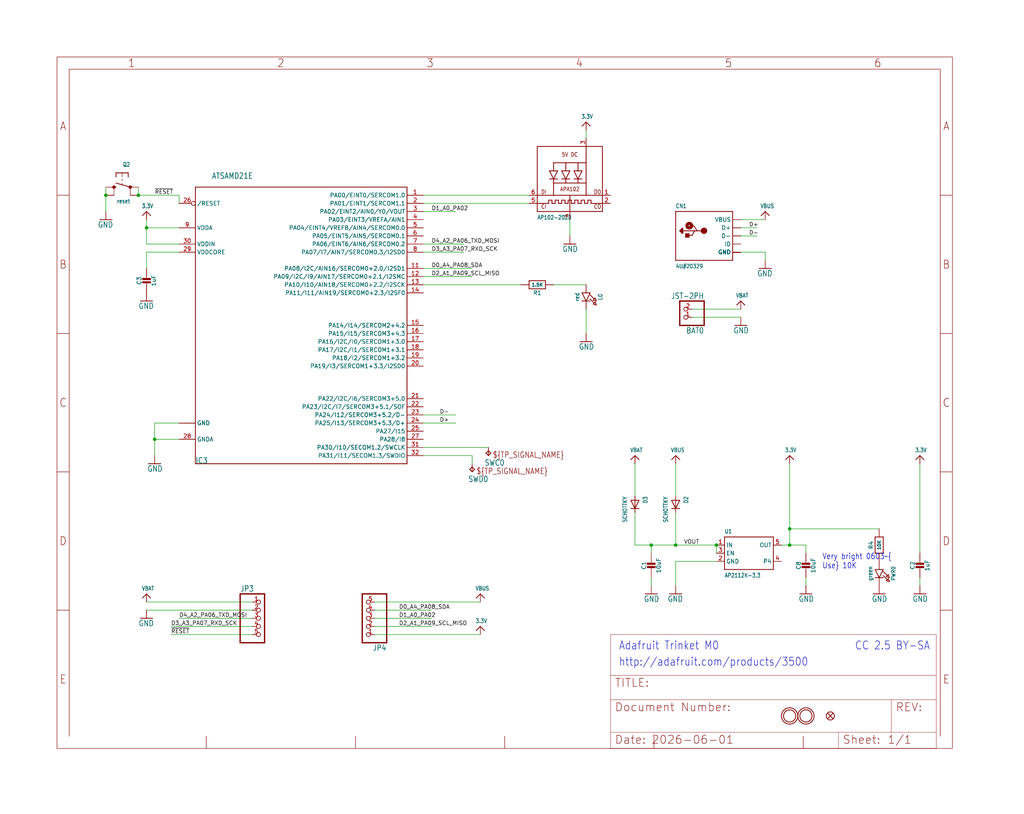
<source format=kicad_sch>
(kicad_sch (version 20230121) (generator eeschema)
  (paper "User" 319.507 254.127)
  (lib_symbols
    (symbol "working-eagle-import:3.3V" (power)
      (property "Value" "3.3V" (at -1.524 1.016 0))
      (symbol "3.3V_1_0"
        (polyline (pts (xy -1.27 -1.27) (xy 0 0)) (stroke (width 0.254)))
        (polyline (pts (xy 0 0) (xy 1.27 -1.27)) (stroke (width 0.254)))
        (pin power_in line (at 0 -2.54 90) (length 2.54) (name "3.3V") (number "1"))
      )
    )
    (symbol "working-eagle-import:APA1022020"
      (symbol "APA1022020_1_0"
        (polyline (pts (xy -10.16 -10.16) (xy 0 -10.16)) (stroke (width 0.254)))
        (polyline (pts (xy -10.16 -7.62) (xy -10.16 -10.16)) (stroke (width 0.254)))
        (polyline (pts (xy -10.16 -7.62) (xy -6.604 -7.62)) (stroke (width 0.254)))
        (polyline (pts (xy -10.16 -5.08) (xy -10.16 -7.62)) (stroke (width 0.254)))
        (polyline (pts (xy -10.16 10.16) (xy -10.16 -5.08)) (stroke (width 0.254)))
        (polyline (pts (xy -6.604 -7.62) (xy -6.604 -6.604)) (stroke (width 0.254)))
        (polyline (pts (xy -6.604 -6.604) (xy -5.588 -6.604)) (stroke (width 0.254)))
        (polyline (pts (xy -6.35 0) (xy -5.08 0)) (stroke (width 0.254)))
        (polyline (pts (xy -6.35 2.54) (xy -5.08 2.54)) (stroke (width 0.254)))
        (polyline (pts (xy -5.588 -7.62) (xy -4.572 -7.62)) (stroke (width 0.254)))
        (polyline (pts (xy -5.588 -6.604) (xy -5.588 -7.62)) (stroke (width 0.254)))
        (polyline (pts (xy -5.08 -5.08) (xy -10.16 -5.08)) (stroke (width 0.254)))
        (polyline (pts (xy -5.08 -5.08) (xy 0 -5.08)) (stroke (width 0.254)))
        (polyline (pts (xy -5.08 -1.27) (xy -5.08 -5.08)) (stroke (width 0.254)))
        (polyline (pts (xy -5.08 0) (xy -6.35 2.54)) (stroke (width 0.254)))
        (polyline (pts (xy -5.08 0) (xy -5.08 -1.27)) (stroke (width 0.254)))
        (polyline (pts (xy -5.08 0) (xy -3.81 2.54)) (stroke (width 0.254)))
        (polyline (pts (xy -5.08 2.54) (xy -3.81 2.54)) (stroke (width 0.254)))
        (polyline (pts (xy -5.08 5.08) (xy -5.08 2.54)) (stroke (width 0.254)))
        (polyline (pts (xy -4.572 -7.62) (xy -4.572 -6.604)) (stroke (width 0.254)))
        (polyline (pts (xy -4.572 -6.604) (xy -3.556 -6.604)) (stroke (width 0.254)))
        (polyline (pts (xy -3.81 0) (xy -5.08 0)) (stroke (width 0.254)))
        (polyline (pts (xy -3.556 -7.62) (xy -2.54 -7.62)) (stroke (width 0.254)))
        (polyline (pts (xy -3.556 -6.604) (xy -3.556 -7.62)) (stroke (width 0.254)))
        (polyline (pts (xy -2.54 -7.62) (xy -2.54 -6.604)) (stroke (width 0.254)))
        (polyline (pts (xy -2.54 -6.604) (xy -1.524 -6.604)) (stroke (width 0.254)))
        (polyline (pts (xy -2.54 0) (xy -1.27 0)) (stroke (width 0.254)))
        (polyline (pts (xy -2.54 2.54) (xy 0 2.54)) (stroke (width 0.254)))
        (polyline (pts (xy -1.524 -7.62) (xy -0.508 -7.62)) (stroke (width 0.254)))
        (polyline (pts (xy -1.524 -6.604) (xy -1.524 -7.62)) (stroke (width 0.254)))
        (polyline (pts (xy -1.27 -1.27) (xy -5.08 -1.27)) (stroke (width 0.254)))
        (polyline (pts (xy -1.27 0) (xy -2.54 2.54)) (stroke (width 0.254)))
        (polyline (pts (xy -1.27 0) (xy -1.27 -1.27)) (stroke (width 0.254)))
        (polyline (pts (xy -1.27 0) (xy 0 0)) (stroke (width 0.254)))
        (polyline (pts (xy -1.27 2.54) (xy -1.27 5.08)) (stroke (width 0.254)))
        (polyline (pts (xy -1.27 5.08) (xy -5.08 5.08)) (stroke (width 0.254)))
        (polyline (pts (xy -0.508 -7.62) (xy -0.508 -6.604)) (stroke (width 0.254)))
        (polyline (pts (xy -0.508 -6.604) (xy 0.508 -6.604)) (stroke (width 0.254)))
        (polyline (pts (xy 0 -10.16) (xy 10.16 -10.16)) (stroke (width 0.254)))
        (polyline (pts (xy 0 -5.08) (xy 0 -10.16)) (stroke (width 0.254)))
        (polyline (pts (xy 0 -5.08) (xy 5.08 -5.08)) (stroke (width 0.254)))
        (polyline (pts (xy 0 2.54) (xy -1.27 0)) (stroke (width 0.254)))
        (polyline (pts (xy 0.508 -7.62) (xy 1.524 -7.62)) (stroke (width 0.254)))
        (polyline (pts (xy 0.508 -6.604) (xy 0.508 -7.62)) (stroke (width 0.254)))
        (polyline (pts (xy 1.27 2.54) (xy 2.54 0)) (stroke (width 0.254)))
        (polyline (pts (xy 1.27 2.54) (xy 2.54 2.54)) (stroke (width 0.254)))
        (polyline (pts (xy 1.524 -7.62) (xy 1.524 -6.604)) (stroke (width 0.254)))
        (polyline (pts (xy 1.524 -6.604) (xy 2.54 -6.604)) (stroke (width 0.254)))
        (polyline (pts (xy 2.54 -7.62) (xy 3.556 -7.62)) (stroke (width 0.254)))
        (polyline (pts (xy 2.54 -6.604) (xy 2.54 -7.62)) (stroke (width 0.254)))
        (polyline (pts (xy 2.54 -1.27) (xy -1.27 -1.27)) (stroke (width 0.254)))
        (polyline (pts (xy 2.54 0) (xy 1.27 0)) (stroke (width 0.254)))
        (polyline (pts (xy 2.54 0) (xy 2.54 -1.27)) (stroke (width 0.254)))
        (polyline (pts (xy 2.54 0) (xy 3.81 0)) (stroke (width 0.254)))
        (polyline (pts (xy 2.54 0) (xy 3.81 2.54)) (stroke (width 0.254)))
        (polyline (pts (xy 2.54 2.54) (xy 2.54 5.08)) (stroke (width 0.254)))
        (polyline (pts (xy 2.54 5.08) (xy -1.27 5.08)) (stroke (width 0.254)))
        (polyline (pts (xy 2.54 5.08) (xy 5.08 5.08)) (stroke (width 0.254)))
        (polyline (pts (xy 3.556 -7.62) (xy 3.556 -6.604)) (stroke (width 0.254)))
        (polyline (pts (xy 3.556 -6.604) (xy 4.572 -6.604)) (stroke (width 0.254)))
        (polyline (pts (xy 3.81 2.54) (xy 2.54 2.54)) (stroke (width 0.254)))
        (polyline (pts (xy 4.572 -7.62) (xy 5.588 -7.62)) (stroke (width 0.254)))
        (polyline (pts (xy 4.572 -6.604) (xy 4.572 -7.62)) (stroke (width 0.254)))
        (polyline (pts (xy 5.08 -5.08) (xy 5.08 -1.27)) (stroke (width 0.254)))
        (polyline (pts (xy 5.08 -5.08) (xy 10.16 -5.08)) (stroke (width 0.254)))
        (polyline (pts (xy 5.08 -1.27) (xy 2.54 -1.27)) (stroke (width 0.254)))
        (polyline (pts (xy 5.08 5.08) (xy 5.08 -1.27)) (stroke (width 0.254)))
        (polyline (pts (xy 5.08 10.16) (xy -10.16 10.16)) (stroke (width 0.254)))
        (polyline (pts (xy 5.08 10.16) (xy 5.08 5.08)) (stroke (width 0.254)))
        (polyline (pts (xy 5.588 -7.62) (xy 5.588 -6.604)) (stroke (width 0.254)))
        (polyline (pts (xy 5.588 -6.604) (xy 6.604 -6.604)) (stroke (width 0.254)))
        (polyline (pts (xy 6.604 -7.62) (xy 10.16 -7.62)) (stroke (width 0.254)))
        (polyline (pts (xy 6.604 -6.604) (xy 6.604 -7.62)) (stroke (width 0.254)))
        (polyline (pts (xy 10.16 -10.16) (xy 10.16 -7.62)) (stroke (width 0.254)))
        (polyline (pts (xy 10.16 -7.62) (xy 10.16 -5.08)) (stroke (width 0.254)))
        (polyline (pts (xy 10.16 -5.08) (xy 10.16 10.16)) (stroke (width 0.254)))
        (polyline (pts (xy 10.16 10.16) (xy 5.08 10.16)) (stroke (width 0.254)))
        (text "5V DC" (at 0 7.62 0) (effects (font (size 1.27 1.0795))))
        (text "APA102" (at 0 -3.175 0) (effects (font (size 1.27 1.0795))))
        (text "CI" (at -8.128 -8.636 0) (effects (font (size 1.27 1.0795))))
        (text "CO" (at 8.636 -8.636 0) (effects (font (size 1.27 1.0795))))
        (text "DI" (at -8.128 -4.064 0) (effects (font (size 1.27 1.0795))))
        (text "DO" (at 8.636 -4.064 0) (effects (font (size 1.27 1.0795))))
        (pin output line (at 12.7 -5.08 180) (length 2.54) (name "DO") (number "1"))
        (pin output line (at 12.7 -7.62 180) (length 2.54) (name "CKO") (number "2"))
        (pin power_in line (at 5.08 12.7 270) (length 2.54) (name "VDD") (number "3"))
        (pin power_in line (at 0 -12.7 90) (length 2.54) (name "GND") (number "4"))
        (pin input line (at -12.7 -7.62 0) (length 2.54) (name "CKI") (number "5"))
        (pin input line (at -12.7 -5.08 0) (length 2.54) (name "DI") (number "6"))
      )
    )
    (symbol "working-eagle-import:ATSAMD21E"
      (property "Reference" "IC" (at -35.56 -43.18 0))
      (symbol "ATSAMD21E_1_0"
        (polyline (pts (xy -35.56 -43.18) (xy -35.56 43.18)) (stroke (width 0.254)))
        (polyline (pts (xy -35.56 43.18) (xy 30.48 43.18)) (stroke (width 0.254)))
        (polyline (pts (xy 30.48 -43.18) (xy -35.56 -43.18)) (stroke (width 0.254)))
        (polyline (pts (xy 30.48 43.18) (xy 30.48 -43.18)) (stroke (width 0.254)))
        (pin bidirectional line (at 35.56 40.64 180) (length 5.08) (name "PA00/EINT0/SERCOM1.0") (number "1"))
        (pin power_in line (at -40.64 -30.48 0) (length 5.08) (name "GND") (number "10"))
        (pin bidirectional line (at 35.56 17.78 180) (length 5.08) (name "PA08/I2C/AIN16/SERCOM0+2.0/I2SD1") (number "11"))
        (pin bidirectional line (at 35.56 15.24 180) (length 5.08) (name "PA09/I2C/I9/AIN17/SERCOM0+2.1/I2SMC") (number "12"))
        (pin bidirectional line (at 35.56 12.7 180) (length 5.08) (name "PA10/I10/AIN18/SERCOM0+2.2/I2SCK") (number "13"))
        (pin bidirectional line (at 35.56 10.16 180) (length 5.08) (name "PA11/I11/AIN19/SERCOM0+2.3/I2SF0") (number "14"))
        (pin bidirectional line (at 35.56 0 180) (length 5.08) (name "PA14/I14/SERCOM2+4.2") (number "15"))
        (pin bidirectional line (at 35.56 -2.54 180) (length 5.08) (name "PA15/I15/SERCOM3+4.3") (number "16"))
        (pin bidirectional line (at 35.56 -5.08 180) (length 5.08) (name "PA16/I2C/I0/SERCOM1+3.0") (number "17"))
        (pin bidirectional line (at 35.56 -7.62 180) (length 5.08) (name "PA17/I2C/I1/SERCOM1+3.1") (number "18"))
        (pin bidirectional line (at 35.56 -10.16 180) (length 5.08) (name "PA18/I2/SERCOM1+3.2") (number "19"))
        (pin bidirectional line (at 35.56 38.1 180) (length 5.08) (name "PA01/EINT1/SERCOM1.1") (number "2"))
        (pin bidirectional line (at 35.56 -12.7 180) (length 5.08) (name "PA19/I3/SERCOM1+3.3/I2SD0") (number "20"))
        (pin bidirectional line (at 35.56 -22.86 180) (length 5.08) (name "PA22/I2C/I6/SERCOM3+5.0") (number "21"))
        (pin bidirectional line (at 35.56 -25.4 180) (length 5.08) (name "PA23/I2C/I7/SERCOM3+5.1/SOF") (number "22"))
        (pin bidirectional line (at 35.56 -27.94 180) (length 5.08) (name "PA24/I12/SERCOM3+5.2/D-") (number "23"))
        (pin bidirectional line (at 35.56 -30.48 180) (length 5.08) (name "PA25/I13/SERCOM3+5.3/D+") (number "24"))
        (pin bidirectional line (at 35.56 -33.02 180) (length 5.08) (name "PA27/I15") (number "25"))
        (pin bidirectional inverted (at -40.64 38.1 0) (length 5.08) (name "/RESET") (number "26"))
        (pin bidirectional line (at 35.56 -35.56 180) (length 5.08) (name "PA28/I8") (number "27"))
        (pin power_in line (at -40.64 -35.56 0) (length 5.08) (name "GNDA") (number "28"))
        (pin power_in line (at -40.64 22.86 0) (length 5.08) (name "VDDCORE") (number "29"))
        (pin bidirectional line (at 35.56 35.56 180) (length 5.08) (name "PA02/EINT2/AIN0/Y0/VOUT") (number "3"))
        (pin power_in line (at -40.64 25.4 0) (length 5.08) (name "VDDIN") (number "30"))
        (pin bidirectional line (at 35.56 -38.1 180) (length 5.08) (name "PA30/I10/SECOM1.2/SWCLK") (number "31"))
        (pin bidirectional line (at 35.56 -40.64 180) (length 5.08) (name "PA31/I11/SECOM1.3/SWDIO") (number "32"))
        (pin power_in line (at -40.64 -30.48 0) (length 5.08) (name "GND") (number "33"))
        (pin bidirectional line (at 35.56 33.02 180) (length 5.08) (name "PA03/EINT3/VREFA/AIN1") (number "4"))
        (pin bidirectional line (at 35.56 30.48 180) (length 5.08) (name "PA04/EINT4/VREFB/AIN4/SERCOM0.0") (number "5"))
        (pin bidirectional line (at 35.56 27.94 180) (length 5.08) (name "PA05/EINT5/AIN5/SERCOM0.1") (number "6"))
        (pin bidirectional line (at 35.56 25.4 180) (length 5.08) (name "PA06/EINT6/AIN6/SERCOM0.2") (number "7"))
        (pin bidirectional line (at 35.56 22.86 180) (length 5.08) (name "PA07/I7/AIN7/SERCOM0.3/I2SD0") (number "8"))
        (pin power_in line (at -40.64 30.48 0) (length 5.08) (name "VDDA") (number "9"))
      )
    )
    (symbol "working-eagle-import:CAP_CERAMIC0603_NO"
      (property "Reference" "C" (at -2.29 1.25 90))
      (symbol "CAP_CERAMIC0603_NO_1_0"
        (rectangle (start -1.27 0.508) (end 1.27 1.016) (fill (type outline)))
        (rectangle (start -1.27 1.524) (end 1.27 2.032) (fill (type outline)))
        (polyline (pts (xy 0 0.762) (xy 0 0)) (stroke (width 0.1524)))
        (polyline (pts (xy 0 2.54) (xy 0 1.778)) (stroke (width 0.1524)))
        (pin passive line (at 0 5.08 270) (length 2.54) (name "1") (number "1"))
        (pin passive line (at 0 -2.54 90) (length 2.54) (name "2") (number "2"))
      )
    )
    (symbol "working-eagle-import:CAP_CERAMIC0805-NOOUTLINE"
      (property "Reference" "C" (at -2.29 1.25 90))
      (symbol "CAP_CERAMIC0805-NOOUTLINE_1_0"
        (rectangle (start -1.27 0.508) (end 1.27 1.016) (fill (type outline)))
        (rectangle (start -1.27 1.524) (end 1.27 2.032) (fill (type outline)))
        (polyline (pts (xy 0 0.762) (xy 0 0)) (stroke (width 0.1524)))
        (polyline (pts (xy 0 2.54) (xy 0 1.778)) (stroke (width 0.1524)))
        (pin passive line (at 0 5.08 270) (length 2.54) (name "1") (number "1"))
        (pin passive line (at 0 -2.54 90) (length 2.54) (name "2") (number "2"))
      )
    )
    (symbol "working-eagle-import:CON_JST_PH_2PIN"
      (property "Reference" "X" (at -6.35 5.715 0))
      (symbol "CON_JST_PH_2PIN_1_0"
        (polyline (pts (xy -6.35 -2.54) (xy 1.27 -2.54)) (stroke (width 0.4064)))
        (polyline (pts (xy -6.35 5.08) (xy -6.35 -2.54)) (stroke (width 0.4064)))
        (polyline (pts (xy 1.27 -2.54) (xy 1.27 5.08)) (stroke (width 0.4064)))
        (polyline (pts (xy 1.27 5.08) (xy -6.35 5.08)) (stroke (width 0.4064)))
        (pin passive inverted (at -2.54 2.54 0) (length 2.54) (name "1") (number "1"))
        (pin passive inverted (at -2.54 0 0) (length 2.54) (name "2") (number "2"))
      )
    )
    (symbol "working-eagle-import:DIODE_SOD-123FL"
      (property "Reference" "D" (at -2.54 2.54 0))
      (symbol "DIODE_SOD-123FL_1_0"
        (polyline (pts (xy -1.27 -1.27) (xy 1.27 0)) (stroke (width 0.254)))
        (polyline (pts (xy -1.27 1.27) (xy -1.27 -1.27)) (stroke (width 0.254)))
        (polyline (pts (xy 1.27 0) (xy -1.27 1.27)) (stroke (width 0.254)))
        (polyline (pts (xy 1.27 0) (xy 1.27 -1.27)) (stroke (width 0.254)))
        (polyline (pts (xy 1.27 1.27) (xy 1.27 0)) (stroke (width 0.254)))
        (pin passive line (at -2.54 0 0) (length 2.54) (name "A") (number "A"))
        (pin passive line (at 2.54 0 180) (length 2.54) (name "C") (number "C"))
      )
    )
    (symbol "working-eagle-import:FIDUCIAL_1MM"
      (symbol "FIDUCIAL_1MM_1_0"
        (polyline (pts (xy -0.762 0.762) (xy 0.762 -0.762)) (stroke (width 0.254)))
        (polyline (pts (xy 0.762 0.762) (xy -0.762 -0.762)) (stroke (width 0.254)))
        (circle (center 0 0) (radius 1.27) (stroke (width 0.254)))
      )
    )
    (symbol "working-eagle-import:FRAME_A_L"
      (symbol "FRAME_A_L_1_0"
        (polyline (pts (xy 0 43.18) (xy 3.81 43.18)))
        (polyline (pts (xy 0 86.36) (xy 3.81 86.36)))
        (polyline (pts (xy 0 129.54) (xy 3.81 129.54)))
        (polyline (pts (xy 0 172.72) (xy 3.81 172.72)))
        (polyline (pts (xy 3.81 3.81) (xy 3.81 212.09)))
        (polyline (pts (xy 46.5667 0) (xy 46.5667 3.81)))
        (polyline (pts (xy 93.1333 0) (xy 93.1333 3.81)))
        (polyline (pts (xy 139.7 0) (xy 139.7 3.81)))
        (polyline (pts (xy 186.2667 0) (xy 186.2667 3.81)))
        (polyline (pts (xy 232.8333 0) (xy 232.8333 3.81)))
        (polyline (pts (xy 275.59 3.81) (xy 275.59 212.09)))
        (polyline (pts (xy 275.59 43.18) (xy 279.4 43.18)))
        (polyline (pts (xy 275.59 86.36) (xy 279.4 86.36)))
        (polyline (pts (xy 275.59 129.54) (xy 279.4 129.54)))
        (polyline (pts (xy 275.59 172.72) (xy 279.4 172.72)))
        (polyline (pts (xy 275.59 212.09) (xy 3.81 212.09)))
        (polyline (pts (xy 0 0) (xy 279.4 0) (xy 279.4 215.9) (xy 0 215.9) (xy 0 0)))
        (text "1" (at 23.2833 213.995 0) (effects (font (size 2.54 2.286))))
        (text "2" (at 69.85 213.995 0) (effects (font (size 2.54 2.286))))
        (text "3" (at 116.4167 213.995 0) (effects (font (size 2.54 2.286))))
        (text "4" (at 162.9833 213.995 0) (effects (font (size 2.54 2.286))))
        (text "5" (at 209.55 213.995 0) (effects (font (size 2.54 2.286))))
        (text "6" (at 256.1167 213.995 0) (effects (font (size 2.54 2.286))))
        (text "A" (at 1.905 194.31 0) (effects (font (size 2.54 2.286))))
        (text "A" (at 277.495 194.31 0) (effects (font (size 2.54 2.286))))
        (text "B" (at 1.905 151.13 0) (effects (font (size 2.54 2.286))))
        (text "B" (at 277.495 151.13 0) (effects (font (size 2.54 2.286))))
        (text "C" (at 1.905 107.95 0) (effects (font (size 2.54 2.286))))
        (text "C" (at 277.495 107.95 0) (effects (font (size 2.54 2.286))))
        (text "D" (at 1.905 64.77 0) (effects (font (size 2.54 2.286))))
        (text "D" (at 277.495 64.77 0) (effects (font (size 2.54 2.286))))
        (text "E" (at 1.905 21.59 0) (effects (font (size 2.54 2.286))))
        (text "E" (at 277.495 21.59 0) (effects (font (size 2.54 2.286))))
      )
      (symbol "FRAME_A_L_2_0"
        (polyline (pts (xy 0 0) (xy 0 5.08)) (stroke (width 0.1016)))
        (polyline (pts (xy 0 0) (xy 71.12 0)) (stroke (width 0.1016)))
        (polyline (pts (xy 0 5.08) (xy 0 15.24)) (stroke (width 0.1016)))
        (polyline (pts (xy 0 5.08) (xy 71.12 5.08)) (stroke (width 0.1016)))
        (polyline (pts (xy 0 15.24) (xy 0 22.86)) (stroke (width 0.1016)))
        (polyline (pts (xy 0 22.86) (xy 0 35.56)) (stroke (width 0.1016)))
        (polyline (pts (xy 0 22.86) (xy 101.6 22.86)) (stroke (width 0.1016)))
        (polyline (pts (xy 71.12 0) (xy 101.6 0)) (stroke (width 0.1016)))
        (polyline (pts (xy 71.12 5.08) (xy 71.12 0)) (stroke (width 0.1016)))
        (polyline (pts (xy 71.12 5.08) (xy 87.63 5.08)) (stroke (width 0.1016)))
        (polyline (pts (xy 87.63 5.08) (xy 101.6 5.08)) (stroke (width 0.1016)))
        (polyline (pts (xy 87.63 15.24) (xy 0 15.24)) (stroke (width 0.1016)))
        (polyline (pts (xy 87.63 15.24) (xy 87.63 5.08)) (stroke (width 0.1016)))
        (polyline (pts (xy 101.6 5.08) (xy 101.6 0)) (stroke (width 0.1016)))
        (polyline (pts (xy 101.6 15.24) (xy 87.63 15.24)) (stroke (width 0.1016)))
        (polyline (pts (xy 101.6 15.24) (xy 101.6 5.08)) (stroke (width 0.1016)))
        (polyline (pts (xy 101.6 22.86) (xy 101.6 15.24)) (stroke (width 0.1016)))
        (polyline (pts (xy 101.6 35.56) (xy 0 35.56)) (stroke (width 0.1016)))
        (polyline (pts (xy 101.6 35.56) (xy 101.6 22.86)) (stroke (width 0.1016)))
        (text "${#}/${##}" (at 86.36 1.27 0) (effects (font (size 2.54 2.54)) (justify left bottom)))
        (text "${CURRENT_DATE}" (at 12.7 1.27 0) (effects (font (size 2.54 2.54)) (justify left bottom)))
        (text "${PROJECTNAME}" (at 17.78 19.05 0) (effects (font (size 2.54 2.54)) (justify left bottom)))
        (text "Date:" (at 1.27 1.27 0) (effects (font (size 2.54 2.54)) (justify left bottom)))
        (text "Document Number:" (at 1.27 11.43 0) (effects (font (size 2.54 2.54)) (justify left bottom)))
        (text "REV:" (at 88.9 11.43 0) (effects (font (size 2.54 2.54)) (justify left bottom)))
        (text "Sheet:" (at 72.39 1.27 0) (effects (font (size 2.54 2.54)) (justify left bottom)))
        (text "TITLE:" (at 1.27 19.05 0) (effects (font (size 2.54 2.54)) (justify left bottom)))
      )
    )
    (symbol "working-eagle-import:GND" (power)
      (property "Value" "GND" (at -2.54 -2.54 0))
      (symbol "GND_1_0"
        (polyline (pts (xy -1.905 0) (xy 1.905 0)) (stroke (width 0.254)))
        (pin power_in line (at 0 2.54 270) (length 2.54) (name "GND") (number "1"))
      )
    )
    (symbol "working-eagle-import:HEADER-1X576MIL"
      (property "Reference" "JP" (at -6.35 8.255 0))
      (symbol "HEADER-1X576MIL_1_0"
        (polyline (pts (xy -6.35 -7.62) (xy 1.27 -7.62)) (stroke (width 0.4064)))
        (polyline (pts (xy -6.35 7.62) (xy -6.35 -7.62)) (stroke (width 0.4064)))
        (polyline (pts (xy 1.27 -7.62) (xy 1.27 7.62)) (stroke (width 0.4064)))
        (polyline (pts (xy 1.27 7.62) (xy -6.35 7.62)) (stroke (width 0.4064)))
        (pin passive inverted (at -2.54 5.08 0) (length 2.54) (name "1") (number "1"))
        (pin passive inverted (at -2.54 2.54 0) (length 2.54) (name "2") (number "2"))
        (pin passive inverted (at -2.54 0 0) (length 2.54) (name "3") (number "3"))
        (pin passive inverted (at -2.54 -2.54 0) (length 2.54) (name "4") (number "4"))
        (pin passive inverted (at -2.54 -5.08 0) (length 2.54) (name "5") (number "5"))
      )
    )
    (symbol "working-eagle-import:LED0603_NOOUTLINE"
      (property "Reference" "D" (at -1.27 4.445 0))
      (symbol "LED0603_NOOUTLINE_1_0"
        (polyline (pts (xy -2.54 -1.27) (xy 0 0)) (stroke (width 0.254)))
        (polyline (pts (xy -2.54 1.27) (xy -2.54 -1.27)) (stroke (width 0.254)))
        (polyline (pts (xy -1.905 1.27) (xy -0.635 2.54)) (stroke (width 0.254)))
        (polyline (pts (xy -0.9525 2.8575) (xy -0.3175 2.2225)) (stroke (width 0.254)))
        (polyline (pts (xy -0.635 1.27) (xy 0.635 2.54)) (stroke (width 0.254)))
        (polyline (pts (xy -0.3175 2.2225) (xy 0 3.175)) (stroke (width 0.254)))
        (polyline (pts (xy 0 0) (xy -2.54 1.27)) (stroke (width 0.254)))
        (polyline (pts (xy 0 0) (xy 0 -1.27)) (stroke (width 0.254)))
        (polyline (pts (xy 0 1.27) (xy 0 0)) (stroke (width 0.254)))
        (polyline (pts (xy 0 3.175) (xy -0.9525 2.8575)) (stroke (width 0.254)))
        (polyline (pts (xy 0.3175 2.8575) (xy 0.9525 2.2225)) (stroke (width 0.254)))
        (polyline (pts (xy 0.9525 2.2225) (xy 1.27 3.175)) (stroke (width 0.254)))
        (polyline (pts (xy 1.27 3.175) (xy 0.3175 2.8575)) (stroke (width 0.254)))
        (pin passive line (at -5.08 0 0) (length 2.54) (name "A") (number "A"))
        (pin passive line (at 2.54 0 180) (length 2.54) (name "C") (number "C"))
      )
    )
    (symbol "working-eagle-import:MOUNTINGHOLE2.0"
      (symbol "MOUNTINGHOLE2.0_1_0"
        (circle (center 0 0) (radius 1.905) (stroke (width 0.254)))
        (circle (center 0 0) (radius 2.54) (stroke (width 0.254)))
      )
    )
    (symbol "working-eagle-import:RESISTOR_0603_NOOUT"
      (property "Reference" "R" (at 0 2.54 0))
      (symbol "RESISTOR_0603_NOOUT_1_0"
        (polyline (pts (xy -2.54 -1.27) (xy -2.54 1.27)) (stroke (width 0.254)))
        (polyline (pts (xy -2.54 1.27) (xy 2.54 1.27)) (stroke (width 0.254)))
        (polyline (pts (xy 2.54 -1.27) (xy -2.54 -1.27)) (stroke (width 0.254)))
        (polyline (pts (xy 2.54 1.27) (xy 2.54 -1.27)) (stroke (width 0.254)))
        (pin passive line (at -5.08 0 0) (length 2.54) (name "1") (number "1"))
        (pin passive line (at 5.08 0 180) (length 2.54) (name "2") (number "2"))
      )
    )
    (symbol "working-eagle-import:SWITCH_TACT_SMT4.6X2.8"
      (property "Reference" "SW" (at -2.54 6.35 0))
      (symbol "SWITCH_TACT_SMT4.6X2.8_1_0"
        (circle (center -2.54 0) (radius 0.127) (stroke (width 0.4064)))
        (polyline (pts (xy -2.54 -2.54) (xy -2.54 0)) (stroke (width 0.1524)))
        (polyline (pts (xy -2.54 0) (xy 1.905 1.27)) (stroke (width 0.254)))
        (polyline (pts (xy -1.905 4.445) (xy -1.905 3.175)) (stroke (width 0.254)))
        (polyline (pts (xy 0 1.27) (xy 0 0.635)) (stroke (width 0.1524)))
        (polyline (pts (xy 0 2.54) (xy 0 1.905)) (stroke (width 0.1524)))
        (polyline (pts (xy 0 4.445) (xy -1.905 4.445)) (stroke (width 0.254)))
        (polyline (pts (xy 0 4.445) (xy 0 3.175)) (stroke (width 0.1524)))
        (polyline (pts (xy 1.905 0) (xy 2.54 0)) (stroke (width 0.254)))
        (polyline (pts (xy 1.905 4.445) (xy 0 4.445)) (stroke (width 0.254)))
        (polyline (pts (xy 1.905 4.445) (xy 1.905 3.175)) (stroke (width 0.254)))
        (polyline (pts (xy 2.54 -2.54) (xy 2.54 0)) (stroke (width 0.1524)))
        (circle (center 2.54 0) (radius 0.127) (stroke (width 0.4064)))
        (pin passive line (at -5.08 0 0) (length 2.54) (name "P") (number "A"))
        (pin passive line (at -5.08 -2.54 0) (length 2.54) (name "P1") (number "A'"))
        (pin passive line (at 5.08 0 180) (length 2.54) (name "S") (number "B"))
        (pin passive line (at 5.08 -2.54 180) (length 2.54) (name "S1") (number "B'"))
      )
    )
    (symbol "working-eagle-import:TPB1,27"
      (property "Reference" "TP" (at -1.27 1.27 0))
      (symbol "TPB1,27_1_0"
        (polyline (pts (xy -0.762 -0.762) (xy 0 0)) (stroke (width 0.254)))
        (polyline (pts (xy 0 -1.524) (xy -0.762 -0.762)) (stroke (width 0.254)))
        (polyline (pts (xy 0 0) (xy 0.762 -0.762)) (stroke (width 0.254)))
        (polyline (pts (xy 0.762 -0.762) (xy 0 -1.524)) (stroke (width 0.254)))
        (text "${TP_SIGNAL_NAME}" (at 1.27 -1.27 0) (effects (font (size 1.778 1.5113)) (justify left bottom)))
        (pin input line (at 0 -2.54 90) (length 2.54) (name "TP") (number "TP"))
      )
    )
    (symbol "working-eagle-import:USB_MICRO_20329_V2"
      (property "Reference" "X" (at -10.16 8.636 0))
      (symbol "USB_MICRO_20329_V2_1_0"
        (rectangle (start -7.12 -0.45) (end -5.92 0.75) (fill (type outline)))
        (circle (center -5.92 3.2) (radius 0.2) (stroke (width 1)))
        (circle (center -1.32 1.6) (radius 0.5) (stroke (width 1)))
        (polyline (pts (xy -10.2 7.62) (xy -10.16 7.62)) (stroke (width 0.254)))
        (polyline (pts (xy -10.16 -7.62) (xy 7.62 -7.62)) (stroke (width 0.254)))
        (polyline (pts (xy -10.16 7.62) (xy -10.16 -7.62)) (stroke (width 0.254)))
        (polyline (pts (xy -10.16 7.62) (xy 7.62 7.62)) (stroke (width 0.254)))
        (polyline (pts (xy -8.92 1.6) (xy -8.12 2.4)) (stroke (width 0.254)))
        (polyline (pts (xy -8.52 1.4) (xy -8.32 1.2)) (stroke (width 0.254)))
        (polyline (pts (xy -8.52 1.6) (xy -8.52 1.4)) (stroke (width 0.254)))
        (polyline (pts (xy -8.32 1.2) (xy -8.32 2)) (stroke (width 0.254)))
        (polyline (pts (xy -8.32 2) (xy -8.72 1.6)) (stroke (width 0.254)))
        (polyline (pts (xy -8.12 0.8) (xy -8.92 1.6)) (stroke (width 0.254)))
        (polyline (pts (xy -8.12 1) (xy -8.12 2.4)) (stroke (width 0.254)))
        (polyline (pts (xy -8.12 2.4) (xy -7.92 2.4)) (stroke (width 0.254)))
        (polyline (pts (xy -7.92 0.8) (xy -8.12 0.8)) (stroke (width 0.254)))
        (polyline (pts (xy -7.92 1.6) (xy -7.92 0.8)) (stroke (width 0.254)))
        (polyline (pts (xy -7.92 2.4) (xy -7.92 1.6)) (stroke (width 0.254)))
        (polyline (pts (xy -6.27 0.15) (xy -5.07 0.15)) (stroke (width 0.254)))
        (polyline (pts (xy -5.52 3.2) (xy -4.52 3.2)) (stroke (width 0.254)))
        (polyline (pts (xy -5.07 0.15) (xy -4.22 1.6)) (stroke (width 0.254)))
        (polyline (pts (xy -4.52 3.2) (xy -3.47 1.6)) (stroke (width 0.254)))
        (polyline (pts (xy -4.22 1.6) (xy -7.92 1.6)) (stroke (width 0.254)))
        (polyline (pts (xy -3.47 1.6) (xy -4.22 1.6)) (stroke (width 0.254)))
        (polyline (pts (xy -1.32 1.6) (xy -3.47 1.6)) (stroke (width 0.254)))
        (polyline (pts (xy 7.62 7.62) (xy 7.62 -7.62)) (stroke (width 0.254)))
        (pin power_in line (at 10.16 -5.08 180) (length 2.54) (name "GND") (number "BASE@1"))
        (pin power_in line (at 10.16 -5.08 180) (length 2.54) (name "GND") (number "BASE@2"))
        (pin bidirectional line (at 10.16 2.54 180) (length 2.54) (name "D+") (number "D+"))
        (pin bidirectional line (at 10.16 0 180) (length 2.54) (name "D-") (number "D-"))
        (pin power_in line (at 10.16 -5.08 180) (length 2.54) (name "GND") (number "GND"))
        (pin bidirectional line (at 10.16 -2.54 180) (length 2.54) (name "ID") (number "ID"))
        (pin power_in line (at 10.16 -5.08 180) (length 2.54) (name "GND") (number "SPRT@1"))
        (pin power_in line (at 10.16 -5.08 180) (length 2.54) (name "GND") (number "SPRT@2"))
        (pin power_in line (at 10.16 -5.08 180) (length 2.54) (name "GND") (number "SPRT@3"))
        (pin power_in line (at 10.16 -5.08 180) (length 2.54) (name "GND") (number "SPRT@4"))
        (pin power_in line (at 10.16 5.08 180) (length 2.54) (name "VBUS") (number "VBUS"))
      )
    )
    (symbol "working-eagle-import:VBAT" (power)
      (property "Value" "VBAT" (at -1.524 1.016 0))
      (symbol "VBAT_1_0"
        (polyline (pts (xy -1.27 -1.27) (xy 0 0)) (stroke (width 0.254)))
        (polyline (pts (xy 0 0) (xy 1.27 -1.27)) (stroke (width 0.254)))
        (pin power_in line (at 0 -2.54 90) (length 2.54) (name "VBAT") (number "1"))
      )
    )
    (symbol "working-eagle-import:VBUS" (power)
      (property "Value" "VBUS" (at -1.524 1.016 0))
      (symbol "VBUS_1_0"
        (polyline (pts (xy -1.27 -1.27) (xy 0 0)) (stroke (width 0.254)))
        (polyline (pts (xy 0 0) (xy 1.27 -1.27)) (stroke (width 0.254)))
        (pin power_in line (at 0 -2.54 90) (length 2.54) (name "VBUS") (number "1"))
      )
    )
    (symbol "working-eagle-import:VREG_SOT23-5"
      (property "Reference" "U" (at -7.62 6.096 0))
      (symbol "VREG_SOT23-5_1_0"
        (polyline (pts (xy -7.62 -5.08) (xy -7.62 5.08)) (stroke (width 0.254)))
        (polyline (pts (xy -7.62 5.08) (xy 7.62 5.08)) (stroke (width 0.254)))
        (polyline (pts (xy 7.62 -5.08) (xy -7.62 -5.08)) (stroke (width 0.254)))
        (polyline (pts (xy 7.62 5.08) (xy 7.62 -5.08)) (stroke (width 0.254)))
        (pin power_in line (at -10.16 2.54 0) (length 2.54) (name "IN") (number "1"))
        (pin power_in line (at -10.16 -2.54 0) (length 2.54) (name "GND") (number "2"))
        (pin input line (at -10.16 0 0) (length 2.54) (name "EN") (number "3"))
        (pin bidirectional line (at 10.16 -2.54 180) (length 2.54) (name "P4") (number "4"))
        (pin power_in line (at 10.16 2.54 180) (length 2.54) (name "OUT") (number "5"))
      )
    )
  )
  (junction (at 223.52 170.18))
  (junction (at 246.38 165.1))
  (junction (at 43.18 60.96))
  (junction (at 210.82 170.18))
  (junction (at 45.72 71.12))
  (junction (at 33.02 60.96))
  (junction (at 246.38 170.18))
  (junction (at 203.2 170.18))
  (junction (at 48.26 137.16))
  (wire (pts (xy 149.86 198.12) (xy 116.84 198.12)) (stroke (width 0.1524)))
  (wire (pts (xy 132.08 142.24) (xy 147.32 142.24)) (stroke (width 0.1524)))
  (wire (pts (xy 147.32 86.36) (xy 132.08 86.36)) (stroke (width 0.1524)))
  (wire (pts (xy 45.72 78.74) (xy 45.72 83.82)) (stroke (width 0.1524)))
  (wire (pts (xy 132.08 63.5) (xy 165.1 63.5)) (stroke (width 0.1524)))
  (wire (pts (xy 78.74 198.12) (xy 53.34 198.12)) (stroke (width 0.1524)))
  (wire (pts (xy 246.38 170.18) (xy 243.84 170.18)) (stroke (width 0.1524)))
  (wire (pts (xy 287.02 144.78) (xy 287.02 172.72)) (stroke (width 0.1524)))
  (wire (pts (xy 231.14 73.66) (xy 236.22 73.66)) (stroke (width 0.1524)))
  (wire (pts (xy 231.14 71.12) (xy 236.22 71.12)) (stroke (width 0.1524)))
  (wire (pts (xy 43.18 60.96) (xy 55.88 60.96)) (stroke (width 0.1524)))
  (wire (pts (xy 287.02 182.88) (xy 287.02 180.34)) (stroke (width 0.1524)))
  (wire (pts (xy 43.18 60.96) (xy 43.18 58.42)) (stroke (width 0.1524)))
  (wire (pts (xy 134.62 195.58) (xy 116.84 195.58)) (stroke (width 0.1524)))
  (wire (pts (xy 55.88 76.2) (xy 45.72 76.2)) (stroke (width 0.1524)))
  (wire (pts (xy 203.2 170.18) (xy 198.12 170.18)) (stroke (width 0.1524)))
  (wire (pts (xy 238.76 68.58) (xy 231.14 68.58)) (stroke (width 0.1524)))
  (wire (pts (xy 246.38 170.18) (xy 251.46 170.18)) (stroke (width 0.1524)))
  (wire (pts (xy 177.8 68.58) (xy 177.8 73.66)) (stroke (width 0.1524)))
  (wire (pts (xy 246.38 144.78) (xy 246.38 165.1)) (stroke (width 0.1524)))
  (wire (pts (xy 55.88 60.96) (xy 55.88 63.5)) (stroke (width 0.1524)))
  (wire (pts (xy 198.12 170.18) (xy 198.12 160.02)) (stroke (width 0.1524)))
  (wire (pts (xy 116.84 190.5) (xy 134.62 190.5)) (stroke (width 0.1524)))
  (wire (pts (xy 134.62 193.04) (xy 116.84 193.04)) (stroke (width 0.1524)))
  (wire (pts (xy 48.26 137.16) (xy 48.26 142.24)) (stroke (width 0.1524)))
  (wire (pts (xy 246.38 170.18) (xy 246.38 165.1)) (stroke (width 0.1524)))
  (wire (pts (xy 132.08 139.7) (xy 152.4 139.7)) (stroke (width 0.1524)))
  (wire (pts (xy 45.72 71.12) (xy 45.72 68.58)) (stroke (width 0.1524)))
  (wire (pts (xy 55.88 132.08) (xy 48.26 132.08)) (stroke (width 0.1524)))
  (wire (pts (xy 116.84 187.96) (xy 149.86 187.96)) (stroke (width 0.1524)))
  (wire (pts (xy 231.14 99.06) (xy 215.9 99.06)) (stroke (width 0.1524)))
  (wire (pts (xy 55.88 71.12) (xy 45.72 71.12)) (stroke (width 0.1524)))
  (wire (pts (xy 223.52 172.72) (xy 223.52 170.18)) (stroke (width 0.1524)))
  (wire (pts (xy 210.82 160.02) (xy 210.82 170.18)) (stroke (width 0.1524)))
  (wire (pts (xy 132.08 129.54) (xy 142.24 129.54)) (stroke (width 0.1524)))
  (wire (pts (xy 182.88 43.18) (xy 182.88 40.64)) (stroke (width 0.1524)))
  (wire (pts (xy 182.88 96.52) (xy 182.88 104.14)) (stroke (width 0.1524)))
  (wire (pts (xy 132.08 88.9) (xy 162.56 88.9)) (stroke (width 0.1524)))
  (wire (pts (xy 198.12 144.78) (xy 198.12 154.94)) (stroke (width 0.1524)))
  (wire (pts (xy 33.02 58.42) (xy 33.02 60.96)) (stroke (width 0.1524)))
  (wire (pts (xy 251.46 170.18) (xy 251.46 172.72)) (stroke (width 0.1524)))
  (wire (pts (xy 172.72 88.9) (xy 182.88 88.9)) (stroke (width 0.1524)))
  (wire (pts (xy 251.46 182.88) (xy 251.46 180.34)) (stroke (width 0.1524)))
  (wire (pts (xy 132.08 66.04) (xy 142.24 66.04)) (stroke (width 0.1524)))
  (wire (pts (xy 215.9 96.52) (xy 231.14 96.52)) (stroke (width 0.1524)))
  (wire (pts (xy 231.14 78.74) (xy 238.76 78.74)) (stroke (width 0.1524)))
  (wire (pts (xy 78.74 190.5) (xy 45.72 190.5)) (stroke (width 0.1524)))
  (wire (pts (xy 48.26 132.08) (xy 48.26 137.16)) (stroke (width 0.1524)))
  (wire (pts (xy 210.82 170.18) (xy 203.2 170.18)) (stroke (width 0.1524)))
  (wire (pts (xy 147.32 142.24) (xy 147.32 144.78)) (stroke (width 0.1524)))
  (wire (pts (xy 55.88 78.74) (xy 45.72 78.74)) (stroke (width 0.1524)))
  (wire (pts (xy 238.76 78.74) (xy 238.76 81.28)) (stroke (width 0.1524)))
  (wire (pts (xy 210.82 154.94) (xy 210.82 144.78)) (stroke (width 0.1524)))
  (wire (pts (xy 78.74 193.04) (xy 55.88 193.04)) (stroke (width 0.1524)))
  (wire (pts (xy 132.08 78.74) (xy 144.78 78.74)) (stroke (width 0.1524)))
  (wire (pts (xy 78.74 187.96) (xy 45.72 187.96)) (stroke (width 0.1524)))
  (wire (pts (xy 33.02 66.04) (xy 33.02 60.96)) (stroke (width 0.1524)))
  (wire (pts (xy 210.82 175.26) (xy 210.82 182.88)) (stroke (width 0.1524)))
  (wire (pts (xy 45.72 76.2) (xy 45.72 71.12)) (stroke (width 0.1524)))
  (wire (pts (xy 78.74 195.58) (xy 53.34 195.58)) (stroke (width 0.1524)))
  (wire (pts (xy 210.82 170.18) (xy 223.52 170.18)) (stroke (width 0.1524)))
  (wire (pts (xy 132.08 60.96) (xy 165.1 60.96)) (stroke (width 0.1524)))
  (wire (pts (xy 203.2 172.72) (xy 203.2 170.18)) (stroke (width 0.1524)))
  (wire (pts (xy 144.78 76.2) (xy 132.08 76.2)) (stroke (width 0.1524)))
  (wire (pts (xy 132.08 83.82) (xy 147.32 83.82)) (stroke (width 0.1524)))
  (wire (pts (xy 142.24 132.08) (xy 132.08 132.08)) (stroke (width 0.1524)))
  (wire (pts (xy 203.2 182.88) (xy 203.2 180.34)) (stroke (width 0.1524)))
  (wire (pts (xy 55.88 137.16) (xy 48.26 137.16)) (stroke (width 0.1524)))
  (wire (pts (xy 246.38 165.1) (xy 274.32 165.1)) (stroke (width 0.1524)))
  (wire (pts (xy 223.52 175.26) (xy 210.82 175.26)) (stroke (width 0.1524)))
  (text "CC 2.5 BY-SA" (at 266.7 203.2 0) (effects (font (size 2.54 2.159)) (justify left bottom)))
  (text "Very bright 0603~{\nUse} 10K" (at 256.54 177.8 0) (effects (font (size 1.778 1.5113)) (justify left bottom)))
  (text "Adafruit Trinket M0" (at 193.04 203.2 0) (effects (font (size 2.54 2.159)) (justify left bottom)))
  (text "http://adafruit.com/products/3500" (at 193.04 208.28 0) (effects (font (size 2.54 2.159)) (justify left bottom)))
  (label "D4_A2_PA06_TXD_MOSI" (at 134.62 76.2 0) (effects (font (size 1.2446 1.2446))))
  (label "D2_A1_PA09_SCL_MISO" (at 124.46 195.58 0) (effects (font (size 1.2446 1.2446))))
  (label "D2_A1_PA09_SCL_MISO" (at 134.62 86.36 0) (effects (font (size 1.2446 1.2446))))
  (label "D-" (at 233.68 73.66 0) (effects (font (size 1.2446 1.2446))))
  (label "D1_A0_PA02" (at 134.62 66.04 0) (effects (font (size 1.2446 1.2446))))
  (label "~{RESET}" (at 53.34 198.12 0) (effects (font (size 1.2446 1.2446))))
  (label "~{RESET}" (at 48.26 60.96 0) (effects (font (size 1.2446 1.2446))))
  (label "D0_A4_PA08_SDA" (at 124.46 190.5 0) (effects (font (size 1.2446 1.2446))))
  (label "D3_A3_PA07_RXD_SCK" (at 53.34 195.58 0) (effects (font (size 1.2446 1.2446))))
  (label "D-" (at 137.16 129.54 0) (effects (font (size 1.2446 1.2446))))
  (label "D0_A4_PA08_SDA" (at 134.62 83.82 0) (effects (font (size 1.2446 1.2446))))
  (label "D4_A2_PA06_TXD_MOSI" (at 55.88 193.04 0) (effects (font (size 1.2446 1.2446))))
  (label "VOUT" (at 213.36 170.18 0) (effects (font (size 1.2446 1.2446))))
  (label "D1_A0_PA02" (at 124.46 193.04 0) (effects (font (size 1.2446 1.2446))))
  (label "D+" (at 137.16 132.08 0) (effects (font (size 1.2446 1.2446))))
  (label "D+" (at 233.68 71.12 0) (effects (font (size 1.2446 1.2446))))
  (label "D3_A3_PA07_RXD_SCK" (at 134.62 78.74 0) (effects (font (size 1.2446 1.2446))))
  (symbol (lib_id "working-eagle-import:MOUNTINGHOLE2.0") (at 251.46 223.52 0) (unit 1)
    (property "Reference" "U$8" (effects hide))
    (property "Value" "MOUNTINGHOLE2.0" (effects hide))
    (property "Footprint" "working:MOUNTINGHOLE_2.0_PLATED" (effects hide))
  )
  (symbol (lib_id "working-eagle-import:HEADER-1X576MIL") (at 81.28 193.04 0) (unit 1)
    (property "Reference" "JP3" (at 74.93 184.785 0) (effects (font (size 1.778 1.5113)) (justify left bottom)))
    (property "Value" "HEADER-1X576MIL" (effects hide))
    (property "Footprint" "working:1X05_ROUND_76" (effects hide))
  )
  (symbol (lib_id "working-eagle-import:TPB1,27") (at 147.32 147.32 0) (mirror x) (unit 1)
    (property "Reference" "SWD0" (at 146.05 148.59 0) (effects (font (size 1.778 1.5113)) (justify left bottom)))
    (property "Value" "TPB1,27" (effects hide))
    (property "Footprint" "working:B1,27" (effects hide))
  )
  (symbol (lib_id "working-eagle-import:CON_JST_PH_2PIN") (at 213.36 96.52 180) (unit 1)
    (property "Reference" "BAT0" (at 219.71 102.235 0) (effects (font (size 1.778 1.5113)) (justify left bottom)))
    (property "Value" "JST-2PH" (at 219.71 91.44 0) (effects (font (size 1.778 1.5113)) (justify left bottom)))
    (property "Footprint" "working:JSTPH2" (effects hide))
  )
  (symbol (lib_id "working-eagle-import:GND") (at 203.2 185.42 0) (mirror y) (unit 1)
    (property "Reference" "#GND3" (effects hide))
    (property "Value" "GND" (at 205.74 187.96 0) (effects (font (size 1.778 1.5113)) (justify left bottom)))
  )
  (symbol (lib_id "working-eagle-import:VBUS") (at 210.82 142.24 0) (unit 1)
    (property "Reference" "#U$3" (effects hide))
    (property "Value" "VBUS" (at 209.296 141.224 0) (effects (font (size 1.27 1.0795)) (justify left bottom)))
  )
  (symbol (lib_id "working-eagle-import:DIODE_SOD-123FL") (at 198.12 157.48 270) (unit 1)
    (property "Reference" "D3" (at 200.66 154.94 0) (effects (font (size 1.27 1.0795)) (justify left bottom)))
    (property "Value" "SCHOTTKY" (at 194.31 154.94 0) (effects (font (size 1.27 1.0795)) (justify left bottom)))
    (property "Footprint" "working:SOD-123FL" (effects hide))
  )
  (symbol (lib_id "working-eagle-import:FRAME_A_L") (at 190.5 233.68 0) (unit 2)
    (property "Reference" "#FRAME1" (effects hide))
    (property "Value" "FRAME_A_L" (effects hide))
  )
  (symbol (lib_id "working-eagle-import:VBAT") (at 231.14 93.98 0) (unit 1)
    (property "Reference" "#U$7" (effects hide))
    (property "Value" "VBAT" (at 229.616 92.964 0) (effects (font (size 1.27 1.0795)) (justify left bottom)))
  )
  (symbol (lib_id "working-eagle-import:3.3V") (at 45.72 66.04 0) (unit 1)
    (property "Reference" "#U$18" (effects hide))
    (property "Value" "3.3V" (at 44.196 65.024 0) (effects (font (size 1.27 1.0795)) (justify left bottom)))
  )
  (symbol (lib_id "working-eagle-import:TPB1,27") (at 152.4 142.24 0) (mirror x) (unit 1)
    (property "Reference" "SWC0" (at 151.13 143.51 0) (effects (font (size 1.778 1.5113)) (justify left bottom)))
    (property "Value" "TPB1,27" (effects hide))
    (property "Footprint" "working:B1,27" (effects hide))
  )
  (symbol (lib_id "working-eagle-import:3.3V") (at 246.38 142.24 0) (unit 1)
    (property "Reference" "#U$16" (effects hide))
    (property "Value" "3.3V" (at 244.856 141.224 0) (effects (font (size 1.27 1.0795)) (justify left bottom)))
  )
  (symbol (lib_id "working-eagle-import:VREG_SOT23-5") (at 233.68 172.72 0) (unit 1)
    (property "Reference" "U1" (at 226.06 166.624 0) (effects (font (size 1.27 1.0795)) (justify left bottom)))
    (property "Value" "AP2112K-3.3" (at 226.06 180.34 0) (effects (font (size 1.27 1.0795)) (justify left bottom)))
    (property "Footprint" "working:SOT23-5" (effects hide))
  )
  (symbol (lib_id "working-eagle-import:GND") (at 45.72 93.98 0) (unit 1)
    (property "Reference" "#GND7" (effects hide))
    (property "Value" "GND" (at 43.18 96.52 0) (effects (font (size 1.778 1.5113)) (justify left bottom)))
  )
  (symbol (lib_id "working-eagle-import:HEADER-1X576MIL") (at 114.3 193.04 180) (unit 1)
    (property "Reference" "JP4" (at 120.65 201.295 0) (effects (font (size 1.778 1.5113)) (justify left bottom)))
    (property "Value" "HEADER-1X576MIL" (effects hide))
    (property "Footprint" "working:1X05_ROUND_76" (effects hide))
  )
  (symbol (lib_id "working-eagle-import:3.3V") (at 287.02 142.24 0) (unit 1)
    (property "Reference" "#U$17" (effects hide))
    (property "Value" "3.3V" (at 285.496 141.224 0) (effects (font (size 1.27 1.0795)) (justify left bottom)))
  )
  (symbol (lib_id "working-eagle-import:CAP_CERAMIC0603_NO") (at 45.72 88.9 0) (unit 1)
    (property "Reference" "C3" (at 43.43 87.65 90))
    (property "Value" "1uF" (at 48.02 87.65 90))
    (property "Footprint" "working:0603-NO" (effects hide))
  )
  (symbol (lib_id "working-eagle-import:GND") (at 45.72 193.04 0) (unit 1)
    (property "Reference" "#GND2" (effects hide))
    (property "Value" "GND" (at 43.18 195.58 0) (effects (font (size 1.778 1.5113)) (justify left bottom)))
  )
  (symbol (lib_id "working-eagle-import:GND") (at 210.82 185.42 0) (unit 1)
    (property "Reference" "#GND11" (effects hide))
    (property "Value" "GND" (at 208.28 187.96 0) (effects (font (size 1.778 1.5113)) (justify left bottom)))
  )
  (symbol (lib_id "working-eagle-import:RESISTOR_0603_NOOUT") (at 274.32 170.18 90) (unit 1)
    (property "Reference" "R4" (at 271.78 170.18 0))
    (property "Value" "10K" (at 274.32 170.18 0) (effects (font (size 1.016 1.016) bold)))
    (property "Footprint" "working:0603-NO" (effects hide))
  )
  (symbol (lib_id "working-eagle-import:GND") (at 182.88 106.68 0) (mirror y) (unit 1)
    (property "Reference" "#GND4" (effects hide))
    (property "Value" "GND" (at 185.42 109.22 0) (effects (font (size 1.778 1.5113)) (justify left bottom)))
  )
  (symbol (lib_id "working-eagle-import:GND") (at 48.26 144.78 0) (mirror y) (unit 1)
    (property "Reference" "#GND18" (effects hide))
    (property "Value" "GND" (at 50.8 147.32 0) (effects (font (size 1.778 1.5113)) (justify left bottom)))
  )
  (symbol (lib_id "working-eagle-import:DIODE_SOD-123FL") (at 210.82 157.48 270) (unit 1)
    (property "Reference" "D2" (at 213.36 154.94 0) (effects (font (size 1.27 1.0795)) (justify left bottom)))
    (property "Value" "SCHOTTKY" (at 207.01 154.94 0) (effects (font (size 1.27 1.0795)) (justify left bottom)))
    (property "Footprint" "working:SOD-123FL" (effects hide))
  )
  (symbol (lib_id "working-eagle-import:GND") (at 33.02 68.58 0) (unit 1)
    (property "Reference" "#GND14" (effects hide))
    (property "Value" "GND" (at 30.48 71.12 0) (effects (font (size 1.778 1.5113)) (justify left bottom)))
  )
  (symbol (lib_id "working-eagle-import:FIDUCIAL_1MM") (at 259.08 223.52 0) (unit 1)
    (property "Reference" "U$6" (effects hide))
    (property "Value" "FIDUCIAL_1MM" (effects hide))
    (property "Footprint" "working:FIDUCIAL_1MM" (effects hide))
  )
  (symbol (lib_id "working-eagle-import:ATSAMD21E") (at 96.52 101.6 0) (unit 1)
    (property "Reference" "IC3" (at 60.96 144.78 0) (effects (font (size 1.778 1.5113)) (justify left bottom)))
    (property "Value" "ATSAMD21E" (at 66.04 55.88 0) (effects (font (size 1.778 1.5113)) (justify left bottom)))
    (property "Footprint" "working:QFN32_5MM" (effects hide))
  )
  (symbol (lib_id "working-eagle-import:GND") (at 231.14 101.6 0) (mirror y) (unit 1)
    (property "Reference" "#GND16" (effects hide))
    (property "Value" "GND" (at 233.68 104.14 0) (effects (font (size 1.778 1.5113)) (justify left bottom)))
  )
  (symbol (lib_id "working-eagle-import:LED0603_NOOUTLINE") (at 274.32 180.34 270) (unit 1)
    (property "Reference" "PWR0" (at 278.765 179.07 0) (effects (font (size 1.27 1.0795))))
    (property "Value" "green" (at 271.526 179.07 0) (effects (font (size 1.27 1.0795))))
    (property "Footprint" "working:CHIPLED_0603_NOOUTLINE" (effects hide))
  )
  (symbol (lib_id "working-eagle-import:USB_MICRO_20329_V2") (at 220.98 73.66 0) (unit 1)
    (property "Reference" "CN1" (at 210.82 65.024 0) (effects (font (size 1.27 1.0795)) (justify left bottom)))
    (property "Value" "4U#20329" (at 210.82 83.82 0) (effects (font (size 1.27 1.0795)) (justify left bottom)))
    (property "Footprint" "working:4UCONN_20329_V2" (effects hide))
  )
  (symbol (lib_id "working-eagle-import:GND") (at 238.76 83.82 0) (unit 1)
    (property "Reference" "#GND1" (effects hide))
    (property "Value" "GND" (at 236.22 86.36 0) (effects (font (size 1.778 1.5113)) (justify left bottom)))
  )
  (symbol (lib_id "working-eagle-import:CAP_CERAMIC0805-NOOUTLINE") (at 251.46 177.8 0) (unit 1)
    (property "Reference" "C8" (at 249.17 176.55 90))
    (property "Value" "10uF" (at 253.76 176.55 90))
    (property "Footprint" "working:0805-NO" (effects hide))
  )
  (symbol (lib_id "working-eagle-import:VBUS") (at 238.76 66.04 0) (unit 1)
    (property "Reference" "#U$2" (effects hide))
    (property "Value" "VBUS" (at 237.236 65.024 0) (effects (font (size 1.27 1.0795)) (justify left bottom)))
  )
  (symbol (lib_id "working-eagle-import:GND") (at 251.46 185.42 0) (mirror y) (unit 1)
    (property "Reference" "#GND12" (effects hide))
    (property "Value" "GND" (at 254 187.96 0) (effects (font (size 1.778 1.5113)) (justify left bottom)))
  )
  (symbol (lib_id "working-eagle-import:VBAT") (at 198.12 142.24 0) (unit 1)
    (property "Reference" "#U$4" (effects hide))
    (property "Value" "VBAT" (at 196.596 141.224 0) (effects (font (size 1.27 1.0795)) (justify left bottom)))
  )
  (symbol (lib_id "working-eagle-import:VBUS") (at 149.86 185.42 0) (unit 1)
    (property "Reference" "#U$11" (effects hide))
    (property "Value" "VBUS" (at 148.336 184.404 0) (effects (font (size 1.27 1.0795)) (justify left bottom)))
  )
  (symbol (lib_id "working-eagle-import:VBAT") (at 45.72 185.42 0) (unit 1)
    (property "Reference" "#U$10" (effects hide))
    (property "Value" "VBAT" (at 44.196 184.404 0) (effects (font (size 1.27 1.0795)) (justify left bottom)))
  )
  (symbol (lib_id "working-eagle-import:GND") (at 177.8 76.2 0) (mirror y) (unit 1)
    (property "Reference" "#GND19" (effects hide))
    (property "Value" "GND" (at 180.34 78.74 0) (effects (font (size 1.778 1.5113)) (justify left bottom)))
  )
  (symbol (lib_id "working-eagle-import:3.3V") (at 182.88 38.1 0) (unit 1)
    (property "Reference" "#U$19" (effects hide))
    (property "Value" "3.3V" (at 181.356 37.084 0) (effects (font (size 1.27 1.0795)) (justify left bottom)))
  )
  (symbol (lib_id "working-eagle-import:LED0603_NOOUTLINE") (at 182.88 93.98 270) (unit 1)
    (property "Reference" "L0" (at 187.325 92.71 0) (effects (font (size 1.27 1.0795))))
    (property "Value" "red" (at 180.086 92.71 0) (effects (font (size 1.27 1.0795))))
    (property "Footprint" "working:CHIPLED_0603_NOOUTLINE" (effects hide))
  )
  (symbol (lib_id "working-eagle-import:CAP_CERAMIC0603_NO") (at 287.02 177.8 0) (unit 1)
    (property "Reference" "C2" (at 284.73 176.55 90))
    (property "Value" "1uF" (at 289.32 176.55 90))
    (property "Footprint" "working:0603-NO" (effects hide))
  )
  (symbol (lib_id "working-eagle-import:MOUNTINGHOLE2.0") (at 246.38 223.52 0) (unit 1)
    (property "Reference" "U$9" (effects hide))
    (property "Value" "MOUNTINGHOLE2.0" (effects hide))
    (property "Footprint" "working:MOUNTINGHOLE_2.0_PLATED" (effects hide))
  )
  (symbol (lib_id "working-eagle-import:GND") (at 274.32 185.42 0) (mirror y) (unit 1)
    (property "Reference" "#GND6" (effects hide))
    (property "Value" "GND" (at 276.86 187.96 0) (effects (font (size 1.778 1.5113)) (justify left bottom)))
  )
  (symbol (lib_id "working-eagle-import:SWITCH_TACT_SMT4.6X2.8") (at 38.1 58.42 0) (mirror y) (unit 1)
    (property "Reference" "Q2" (at 40.64 52.07 0) (effects (font (size 1.27 1.0795)) (justify left bottom)))
    (property "Value" "reset" (at 40.64 63.5 0) (effects (font (size 1.27 1.0795)) (justify left bottom)))
    (property "Footprint" "working:BTN_KMR2_4.6X2.8" (effects hide))
  )
  (symbol (lib_id "working-eagle-import:FRAME_A_L") (at 17.78 233.68 0) (unit 1)
    (property "Reference" "#FRAME1" (effects hide))
    (property "Value" "FRAME_A_L" (effects hide))
  )
  (symbol (lib_id "working-eagle-import:CAP_CERAMIC0805-NOOUTLINE") (at 203.2 177.8 0) (unit 1)
    (property "Reference" "C1" (at 200.91 176.55 90))
    (property "Value" "10uF" (at 205.5 176.55 90))
    (property "Footprint" "working:0805-NO" (effects hide))
  )
  (symbol (lib_id "working-eagle-import:3.3V") (at 149.86 195.58 0) (unit 1)
    (property "Reference" "#U$15" (effects hide))
    (property "Value" "3.3V" (at 148.336 194.564 0) (effects (font (size 1.27 1.0795)) (justify left bottom)))
  )
  (symbol (lib_id "working-eagle-import:GND") (at 287.02 185.42 0) (mirror y) (unit 1)
    (property "Reference" "#GND5" (effects hide))
    (property "Value" "GND" (at 289.56 187.96 0) (effects (font (size 1.778 1.5113)) (justify left bottom)))
  )
  (symbol (lib_id "working-eagle-import:APA1022020") (at 177.8 55.88 0) (unit 1)
    (property "Reference" "LED1" (effects hide))
    (property "Value" "AP102-2020" (at 167.64 68.58 0) (effects (font (size 1.27 1.0795)) (justify left bottom)))
    (property "Footprint" "working:APA102_2020" (effects hide))
  )
  (symbol (lib_id "working-eagle-import:RESISTOR_0603_NOOUT") (at 167.64 88.9 180) (unit 1)
    (property "Reference" "R1" (at 167.64 91.44 0))
    (property "Value" "1.5K" (at 167.64 88.9 0) (effects (font (size 1.016 1.016) bold)))
    (property "Footprint" "working:0603-NO" (effects hide))
  )
)
</source>
